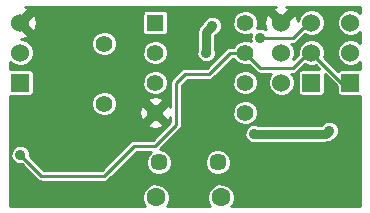
<source format=gbl>
G04 (created by PCBNEW (2013-07-07 BZR 4022)-stable) date 9/10/2013 12:20:35 AM*
%MOIN*%
G04 Gerber Fmt 3.4, Leading zero omitted, Abs format*
%FSLAX34Y34*%
G01*
G70*
G90*
G04 APERTURE LIST*
%ADD10C,0.00590551*%
%ADD11R,0.06X0.06*%
%ADD12C,0.06*%
%ADD13C,0.056*%
%ADD14C,0.063*%
%ADD15C,0.0571*%
%ADD16R,0.055X0.055*%
%ADD17C,0.055*%
%ADD18C,0.035*%
%ADD19C,0.03*%
%ADD20C,0.01*%
G04 APERTURE END LIST*
G54D10*
G54D11*
X92700Y-60000D03*
G54D12*
X91700Y-60000D03*
X92700Y-59000D03*
X91700Y-59000D03*
X92700Y-58000D03*
X91700Y-58000D03*
G54D11*
X83000Y-60000D03*
G54D12*
X83000Y-59000D03*
X83000Y-58000D03*
G54D11*
X94000Y-60000D03*
G54D12*
X94000Y-59000D03*
X94000Y-58000D03*
G54D13*
X85800Y-60700D03*
X85800Y-58700D03*
G54D14*
X87517Y-63831D03*
X89683Y-63831D03*
G54D15*
X87621Y-62661D03*
X89579Y-62661D03*
G54D16*
X87500Y-58000D03*
G54D17*
X87500Y-59000D03*
X87500Y-60000D03*
X87500Y-61000D03*
X90500Y-61000D03*
X90500Y-60000D03*
X90500Y-59000D03*
X90500Y-58000D03*
G54D18*
X90800Y-61700D03*
X93300Y-61600D03*
X89200Y-59000D03*
X89400Y-58100D03*
X91000Y-58500D03*
X83000Y-62400D03*
X89100Y-62100D03*
X85500Y-62600D03*
X92700Y-62600D03*
X84300Y-59900D03*
G54D19*
X93200Y-61700D02*
X90800Y-61700D01*
X93300Y-61600D02*
X93200Y-61700D01*
X89200Y-58300D02*
X89200Y-59000D01*
X89400Y-58100D02*
X89200Y-58300D01*
G54D20*
X92700Y-58000D02*
X92600Y-58000D01*
X92100Y-58500D02*
X91000Y-58500D01*
X92600Y-58000D02*
X92100Y-58500D01*
X90500Y-59000D02*
X90000Y-59000D01*
X90000Y-59000D02*
X89300Y-59700D01*
X89300Y-59700D02*
X88500Y-59700D01*
X88500Y-59700D02*
X88200Y-60000D01*
X88200Y-60000D02*
X88200Y-61400D01*
X88200Y-61400D02*
X87500Y-62100D01*
X87500Y-62100D02*
X86800Y-62100D01*
X86800Y-62100D02*
X85800Y-63100D01*
X85800Y-63100D02*
X83700Y-63100D01*
X83700Y-63100D02*
X83000Y-62400D01*
X92700Y-59000D02*
X92600Y-59000D01*
X91000Y-59500D02*
X90500Y-59000D01*
X92100Y-59500D02*
X91000Y-59500D01*
X92600Y-59000D02*
X92100Y-59500D01*
X94000Y-60000D02*
X93700Y-60000D01*
X93700Y-60000D02*
X92700Y-59000D01*
G54D10*
G36*
X94330Y-64130D02*
X93625Y-64130D01*
X93625Y-61535D01*
X93575Y-61416D01*
X93484Y-61324D01*
X93364Y-61275D01*
X93235Y-61274D01*
X93116Y-61324D01*
X93040Y-61400D01*
X90925Y-61400D01*
X90925Y-60915D01*
X90925Y-59915D01*
X90860Y-59759D01*
X90741Y-59639D01*
X90584Y-59575D01*
X90415Y-59574D01*
X90259Y-59639D01*
X90139Y-59758D01*
X90075Y-59915D01*
X90074Y-60084D01*
X90139Y-60240D01*
X90258Y-60360D01*
X90415Y-60424D01*
X90584Y-60425D01*
X90740Y-60360D01*
X90860Y-60241D01*
X90924Y-60084D01*
X90925Y-59915D01*
X90925Y-60915D01*
X90860Y-60759D01*
X90741Y-60639D01*
X90584Y-60575D01*
X90415Y-60574D01*
X90259Y-60639D01*
X90139Y-60758D01*
X90075Y-60915D01*
X90074Y-61084D01*
X90139Y-61240D01*
X90258Y-61360D01*
X90415Y-61424D01*
X90584Y-61425D01*
X90740Y-61360D01*
X90860Y-61241D01*
X90924Y-61084D01*
X90925Y-60915D01*
X90925Y-61400D01*
X90925Y-61400D01*
X90864Y-61375D01*
X90735Y-61374D01*
X90616Y-61424D01*
X90524Y-61515D01*
X90475Y-61635D01*
X90474Y-61764D01*
X90524Y-61883D01*
X90615Y-61975D01*
X90735Y-62024D01*
X90864Y-62025D01*
X90925Y-62000D01*
X93200Y-62000D01*
X93200Y-61999D01*
X93314Y-61977D01*
X93314Y-61977D01*
X93412Y-61912D01*
X93423Y-61900D01*
X93483Y-61875D01*
X93575Y-61784D01*
X93624Y-61664D01*
X93625Y-61535D01*
X93625Y-64130D01*
X90041Y-64130D01*
X90076Y-64094D01*
X90147Y-63923D01*
X90148Y-63738D01*
X90077Y-63567D01*
X90014Y-63504D01*
X90014Y-62574D01*
X89948Y-62414D01*
X89826Y-62292D01*
X89666Y-62225D01*
X89492Y-62225D01*
X89332Y-62291D01*
X89210Y-62413D01*
X89143Y-62573D01*
X89143Y-62747D01*
X89209Y-62907D01*
X89331Y-63029D01*
X89491Y-63096D01*
X89665Y-63096D01*
X89825Y-63030D01*
X89947Y-62908D01*
X90014Y-62748D01*
X90014Y-62574D01*
X90014Y-63504D01*
X89946Y-63437D01*
X89775Y-63366D01*
X89590Y-63365D01*
X89419Y-63436D01*
X89289Y-63567D01*
X89218Y-63738D01*
X89217Y-63923D01*
X89288Y-64094D01*
X89324Y-64130D01*
X87875Y-64130D01*
X87910Y-64094D01*
X87981Y-63923D01*
X87982Y-63738D01*
X87911Y-63567D01*
X87780Y-63437D01*
X87609Y-63366D01*
X87424Y-63365D01*
X87253Y-63436D01*
X87123Y-63567D01*
X87052Y-63738D01*
X87051Y-63923D01*
X87122Y-64094D01*
X87158Y-64130D01*
X82669Y-64130D01*
X82669Y-60449D01*
X82670Y-60449D01*
X82729Y-60450D01*
X83329Y-60450D01*
X83384Y-60427D01*
X83427Y-60385D01*
X83449Y-60329D01*
X83450Y-60270D01*
X83450Y-59670D01*
X83427Y-59615D01*
X83385Y-59572D01*
X83329Y-59550D01*
X83270Y-59549D01*
X82670Y-59549D01*
X82669Y-59550D01*
X82669Y-59306D01*
X82744Y-59381D01*
X82910Y-59449D01*
X83089Y-59450D01*
X83254Y-59381D01*
X83381Y-59255D01*
X83449Y-59089D01*
X83450Y-58910D01*
X83381Y-58745D01*
X83255Y-58618D01*
X83089Y-58550D01*
X83038Y-58550D01*
X83185Y-58529D01*
X83243Y-58505D01*
X83274Y-58415D01*
X83000Y-58141D01*
X82994Y-58146D01*
X82853Y-58005D01*
X82858Y-58000D01*
X82853Y-57994D01*
X82994Y-57853D01*
X83000Y-57858D01*
X83274Y-57584D01*
X83243Y-57494D01*
X83146Y-57469D01*
X91521Y-57469D01*
X91514Y-57470D01*
X91456Y-57494D01*
X91425Y-57584D01*
X91700Y-57858D01*
X91974Y-57584D01*
X91943Y-57494D01*
X91846Y-57469D01*
X94330Y-57469D01*
X94330Y-57693D01*
X94255Y-57618D01*
X94089Y-57550D01*
X93910Y-57549D01*
X93745Y-57618D01*
X93618Y-57744D01*
X93550Y-57910D01*
X93549Y-58089D01*
X93618Y-58254D01*
X93744Y-58381D01*
X93910Y-58449D01*
X94089Y-58450D01*
X94254Y-58381D01*
X94330Y-58306D01*
X94330Y-58693D01*
X94255Y-58618D01*
X94089Y-58550D01*
X93910Y-58549D01*
X93745Y-58618D01*
X93618Y-58744D01*
X93550Y-58910D01*
X93549Y-59089D01*
X93618Y-59254D01*
X93744Y-59381D01*
X93910Y-59449D01*
X94089Y-59450D01*
X94254Y-59381D01*
X94330Y-59306D01*
X94330Y-59550D01*
X94329Y-59550D01*
X94270Y-59549D01*
X93670Y-59549D01*
X93615Y-59572D01*
X93585Y-59602D01*
X93127Y-59144D01*
X93149Y-59089D01*
X93150Y-58910D01*
X93081Y-58745D01*
X92955Y-58618D01*
X92789Y-58550D01*
X92610Y-58549D01*
X92445Y-58618D01*
X92318Y-58744D01*
X92250Y-58910D01*
X92249Y-59067D01*
X92095Y-59222D01*
X92149Y-59089D01*
X92150Y-58910D01*
X92081Y-58745D01*
X92036Y-58700D01*
X92100Y-58700D01*
X92176Y-58684D01*
X92241Y-58641D01*
X92484Y-58397D01*
X92610Y-58449D01*
X92789Y-58450D01*
X92954Y-58381D01*
X93081Y-58255D01*
X93149Y-58089D01*
X93150Y-57910D01*
X93081Y-57745D01*
X92955Y-57618D01*
X92789Y-57550D01*
X92610Y-57549D01*
X92445Y-57618D01*
X92318Y-57744D01*
X92250Y-57910D01*
X92250Y-57961D01*
X92229Y-57814D01*
X92205Y-57756D01*
X92115Y-57725D01*
X91841Y-58000D01*
X91846Y-58005D01*
X91705Y-58146D01*
X91700Y-58141D01*
X91694Y-58146D01*
X91553Y-58005D01*
X91558Y-58000D01*
X91284Y-57725D01*
X91194Y-57756D01*
X91140Y-57968D01*
X91170Y-58185D01*
X91188Y-58229D01*
X91184Y-58224D01*
X91064Y-58175D01*
X90935Y-58174D01*
X90877Y-58198D01*
X90924Y-58084D01*
X90925Y-57915D01*
X90860Y-57759D01*
X90741Y-57639D01*
X90584Y-57575D01*
X90415Y-57574D01*
X90259Y-57639D01*
X90139Y-57758D01*
X90075Y-57915D01*
X90074Y-58084D01*
X90139Y-58240D01*
X90258Y-58360D01*
X90415Y-58424D01*
X90584Y-58425D01*
X90698Y-58377D01*
X90675Y-58435D01*
X90674Y-58564D01*
X90698Y-58622D01*
X90584Y-58575D01*
X90415Y-58574D01*
X90259Y-58639D01*
X90139Y-58758D01*
X90122Y-58800D01*
X90000Y-58800D01*
X89923Y-58815D01*
X89901Y-58829D01*
X89858Y-58858D01*
X89725Y-58992D01*
X89725Y-58035D01*
X89675Y-57916D01*
X89584Y-57824D01*
X89464Y-57775D01*
X89335Y-57774D01*
X89216Y-57824D01*
X89124Y-57915D01*
X89099Y-57976D01*
X88987Y-58087D01*
X88922Y-58185D01*
X88900Y-58300D01*
X88900Y-58874D01*
X88875Y-58935D01*
X88874Y-59064D01*
X88924Y-59183D01*
X89015Y-59275D01*
X89135Y-59324D01*
X89264Y-59325D01*
X89383Y-59275D01*
X89475Y-59184D01*
X89524Y-59064D01*
X89525Y-58935D01*
X89500Y-58874D01*
X89500Y-58424D01*
X89523Y-58400D01*
X89583Y-58375D01*
X89675Y-58284D01*
X89724Y-58164D01*
X89725Y-58035D01*
X89725Y-58992D01*
X89217Y-59500D01*
X88500Y-59500D01*
X88423Y-59515D01*
X88401Y-59529D01*
X88358Y-59558D01*
X88058Y-59858D01*
X88015Y-59923D01*
X88000Y-60000D01*
X88000Y-60809D01*
X87984Y-60771D01*
X87925Y-60752D01*
X87925Y-59915D01*
X87925Y-58915D01*
X87925Y-58915D01*
X87925Y-58245D01*
X87925Y-57695D01*
X87902Y-57640D01*
X87860Y-57597D01*
X87804Y-57575D01*
X87745Y-57574D01*
X87195Y-57574D01*
X87140Y-57597D01*
X87097Y-57639D01*
X87075Y-57695D01*
X87074Y-57754D01*
X87074Y-58304D01*
X87097Y-58359D01*
X87139Y-58402D01*
X87195Y-58424D01*
X87254Y-58425D01*
X87804Y-58425D01*
X87859Y-58402D01*
X87902Y-58360D01*
X87924Y-58304D01*
X87925Y-58245D01*
X87925Y-58915D01*
X87860Y-58759D01*
X87741Y-58639D01*
X87584Y-58575D01*
X87415Y-58574D01*
X87259Y-58639D01*
X87139Y-58758D01*
X87075Y-58915D01*
X87074Y-59084D01*
X87139Y-59240D01*
X87258Y-59360D01*
X87415Y-59424D01*
X87584Y-59425D01*
X87740Y-59360D01*
X87860Y-59241D01*
X87924Y-59084D01*
X87925Y-58915D01*
X87925Y-59915D01*
X87860Y-59759D01*
X87741Y-59639D01*
X87584Y-59575D01*
X87415Y-59574D01*
X87259Y-59639D01*
X87139Y-59758D01*
X87075Y-59915D01*
X87074Y-60084D01*
X87139Y-60240D01*
X87258Y-60360D01*
X87415Y-60424D01*
X87584Y-60425D01*
X87740Y-60360D01*
X87860Y-60241D01*
X87924Y-60084D01*
X87925Y-59915D01*
X87925Y-60752D01*
X87897Y-60743D01*
X87756Y-60885D01*
X87756Y-60602D01*
X87728Y-60515D01*
X87525Y-60465D01*
X87318Y-60496D01*
X87271Y-60515D01*
X87243Y-60602D01*
X87500Y-60858D01*
X87756Y-60602D01*
X87756Y-60885D01*
X87641Y-61000D01*
X87897Y-61256D01*
X87984Y-61228D01*
X88000Y-61164D01*
X88000Y-61317D01*
X87756Y-61561D01*
X87756Y-61397D01*
X87500Y-61141D01*
X87358Y-61282D01*
X87358Y-61000D01*
X87102Y-60743D01*
X87015Y-60771D01*
X86965Y-60974D01*
X86996Y-61181D01*
X87015Y-61228D01*
X87102Y-61256D01*
X87358Y-61000D01*
X87358Y-61282D01*
X87243Y-61397D01*
X87271Y-61484D01*
X87474Y-61534D01*
X87681Y-61503D01*
X87728Y-61484D01*
X87756Y-61397D01*
X87756Y-61561D01*
X87417Y-61900D01*
X86800Y-61900D01*
X86723Y-61915D01*
X86701Y-61929D01*
X86658Y-61958D01*
X86230Y-62387D01*
X86230Y-60614D01*
X86230Y-58614D01*
X86164Y-58456D01*
X86043Y-58335D01*
X85885Y-58270D01*
X85714Y-58269D01*
X85556Y-58335D01*
X85435Y-58456D01*
X85370Y-58614D01*
X85369Y-58785D01*
X85435Y-58943D01*
X85556Y-59064D01*
X85714Y-59129D01*
X85885Y-59130D01*
X86043Y-59064D01*
X86164Y-58943D01*
X86229Y-58785D01*
X86230Y-58614D01*
X86230Y-60614D01*
X86164Y-60456D01*
X86043Y-60335D01*
X85885Y-60270D01*
X85714Y-60269D01*
X85556Y-60335D01*
X85435Y-60456D01*
X85370Y-60614D01*
X85369Y-60785D01*
X85435Y-60943D01*
X85556Y-61064D01*
X85714Y-61129D01*
X85885Y-61130D01*
X86043Y-61064D01*
X86164Y-60943D01*
X86229Y-60785D01*
X86230Y-60614D01*
X86230Y-62387D01*
X85717Y-62900D01*
X83782Y-62900D01*
X83559Y-62677D01*
X83559Y-58031D01*
X83529Y-57814D01*
X83505Y-57756D01*
X83415Y-57725D01*
X83141Y-58000D01*
X83415Y-58274D01*
X83505Y-58243D01*
X83559Y-58031D01*
X83559Y-62677D01*
X83324Y-62442D01*
X83325Y-62335D01*
X83275Y-62216D01*
X83184Y-62124D01*
X83064Y-62075D01*
X82935Y-62074D01*
X82816Y-62124D01*
X82724Y-62215D01*
X82675Y-62335D01*
X82674Y-62464D01*
X82724Y-62583D01*
X82815Y-62675D01*
X82935Y-62724D01*
X83042Y-62725D01*
X83558Y-63241D01*
X83558Y-63241D01*
X83601Y-63270D01*
X83623Y-63284D01*
X83623Y-63284D01*
X83699Y-63299D01*
X83700Y-63300D01*
X85800Y-63300D01*
X85876Y-63284D01*
X85941Y-63241D01*
X86882Y-62300D01*
X87366Y-62300D01*
X87252Y-62413D01*
X87185Y-62573D01*
X87185Y-62747D01*
X87251Y-62907D01*
X87373Y-63029D01*
X87533Y-63096D01*
X87707Y-63096D01*
X87867Y-63030D01*
X87989Y-62908D01*
X88056Y-62748D01*
X88056Y-62574D01*
X87990Y-62414D01*
X87868Y-62292D01*
X87708Y-62225D01*
X87657Y-62225D01*
X88341Y-61541D01*
X88341Y-61541D01*
X88370Y-61498D01*
X88384Y-61476D01*
X88384Y-61476D01*
X88399Y-61400D01*
X88400Y-61400D01*
X88400Y-60082D01*
X88582Y-59900D01*
X89300Y-59900D01*
X89376Y-59884D01*
X89441Y-59841D01*
X90082Y-59200D01*
X90122Y-59200D01*
X90139Y-59240D01*
X90258Y-59360D01*
X90415Y-59424D01*
X90584Y-59425D01*
X90625Y-59408D01*
X90858Y-59641D01*
X90923Y-59684D01*
X90923Y-59684D01*
X90936Y-59687D01*
X91000Y-59700D01*
X91363Y-59700D01*
X91318Y-59744D01*
X91250Y-59910D01*
X91249Y-60089D01*
X91318Y-60254D01*
X91444Y-60381D01*
X91610Y-60449D01*
X91789Y-60450D01*
X91954Y-60381D01*
X92081Y-60255D01*
X92149Y-60089D01*
X92150Y-59910D01*
X92081Y-59745D01*
X92036Y-59700D01*
X92100Y-59700D01*
X92176Y-59684D01*
X92241Y-59641D01*
X92484Y-59397D01*
X92610Y-59449D01*
X92789Y-59450D01*
X92844Y-59427D01*
X92967Y-59549D01*
X92370Y-59549D01*
X92315Y-59572D01*
X92272Y-59614D01*
X92250Y-59670D01*
X92249Y-59729D01*
X92249Y-60329D01*
X92272Y-60384D01*
X92314Y-60427D01*
X92370Y-60449D01*
X92429Y-60450D01*
X93029Y-60450D01*
X93084Y-60427D01*
X93127Y-60385D01*
X93149Y-60329D01*
X93150Y-60270D01*
X93150Y-59732D01*
X93549Y-60132D01*
X93549Y-60329D01*
X93572Y-60384D01*
X93614Y-60427D01*
X93670Y-60449D01*
X93729Y-60450D01*
X94329Y-60450D01*
X94330Y-60449D01*
X94330Y-64130D01*
X94330Y-64130D01*
G37*
G54D20*
X94330Y-64130D02*
X93625Y-64130D01*
X93625Y-61535D01*
X93575Y-61416D01*
X93484Y-61324D01*
X93364Y-61275D01*
X93235Y-61274D01*
X93116Y-61324D01*
X93040Y-61400D01*
X90925Y-61400D01*
X90925Y-60915D01*
X90925Y-59915D01*
X90860Y-59759D01*
X90741Y-59639D01*
X90584Y-59575D01*
X90415Y-59574D01*
X90259Y-59639D01*
X90139Y-59758D01*
X90075Y-59915D01*
X90074Y-60084D01*
X90139Y-60240D01*
X90258Y-60360D01*
X90415Y-60424D01*
X90584Y-60425D01*
X90740Y-60360D01*
X90860Y-60241D01*
X90924Y-60084D01*
X90925Y-59915D01*
X90925Y-60915D01*
X90860Y-60759D01*
X90741Y-60639D01*
X90584Y-60575D01*
X90415Y-60574D01*
X90259Y-60639D01*
X90139Y-60758D01*
X90075Y-60915D01*
X90074Y-61084D01*
X90139Y-61240D01*
X90258Y-61360D01*
X90415Y-61424D01*
X90584Y-61425D01*
X90740Y-61360D01*
X90860Y-61241D01*
X90924Y-61084D01*
X90925Y-60915D01*
X90925Y-61400D01*
X90925Y-61400D01*
X90864Y-61375D01*
X90735Y-61374D01*
X90616Y-61424D01*
X90524Y-61515D01*
X90475Y-61635D01*
X90474Y-61764D01*
X90524Y-61883D01*
X90615Y-61975D01*
X90735Y-62024D01*
X90864Y-62025D01*
X90925Y-62000D01*
X93200Y-62000D01*
X93200Y-61999D01*
X93314Y-61977D01*
X93314Y-61977D01*
X93412Y-61912D01*
X93423Y-61900D01*
X93483Y-61875D01*
X93575Y-61784D01*
X93624Y-61664D01*
X93625Y-61535D01*
X93625Y-64130D01*
X90041Y-64130D01*
X90076Y-64094D01*
X90147Y-63923D01*
X90148Y-63738D01*
X90077Y-63567D01*
X90014Y-63504D01*
X90014Y-62574D01*
X89948Y-62414D01*
X89826Y-62292D01*
X89666Y-62225D01*
X89492Y-62225D01*
X89332Y-62291D01*
X89210Y-62413D01*
X89143Y-62573D01*
X89143Y-62747D01*
X89209Y-62907D01*
X89331Y-63029D01*
X89491Y-63096D01*
X89665Y-63096D01*
X89825Y-63030D01*
X89947Y-62908D01*
X90014Y-62748D01*
X90014Y-62574D01*
X90014Y-63504D01*
X89946Y-63437D01*
X89775Y-63366D01*
X89590Y-63365D01*
X89419Y-63436D01*
X89289Y-63567D01*
X89218Y-63738D01*
X89217Y-63923D01*
X89288Y-64094D01*
X89324Y-64130D01*
X87875Y-64130D01*
X87910Y-64094D01*
X87981Y-63923D01*
X87982Y-63738D01*
X87911Y-63567D01*
X87780Y-63437D01*
X87609Y-63366D01*
X87424Y-63365D01*
X87253Y-63436D01*
X87123Y-63567D01*
X87052Y-63738D01*
X87051Y-63923D01*
X87122Y-64094D01*
X87158Y-64130D01*
X82669Y-64130D01*
X82669Y-60449D01*
X82670Y-60449D01*
X82729Y-60450D01*
X83329Y-60450D01*
X83384Y-60427D01*
X83427Y-60385D01*
X83449Y-60329D01*
X83450Y-60270D01*
X83450Y-59670D01*
X83427Y-59615D01*
X83385Y-59572D01*
X83329Y-59550D01*
X83270Y-59549D01*
X82670Y-59549D01*
X82669Y-59550D01*
X82669Y-59306D01*
X82744Y-59381D01*
X82910Y-59449D01*
X83089Y-59450D01*
X83254Y-59381D01*
X83381Y-59255D01*
X83449Y-59089D01*
X83450Y-58910D01*
X83381Y-58745D01*
X83255Y-58618D01*
X83089Y-58550D01*
X83038Y-58550D01*
X83185Y-58529D01*
X83243Y-58505D01*
X83274Y-58415D01*
X83000Y-58141D01*
X82994Y-58146D01*
X82853Y-58005D01*
X82858Y-58000D01*
X82853Y-57994D01*
X82994Y-57853D01*
X83000Y-57858D01*
X83274Y-57584D01*
X83243Y-57494D01*
X83146Y-57469D01*
X91521Y-57469D01*
X91514Y-57470D01*
X91456Y-57494D01*
X91425Y-57584D01*
X91700Y-57858D01*
X91974Y-57584D01*
X91943Y-57494D01*
X91846Y-57469D01*
X94330Y-57469D01*
X94330Y-57693D01*
X94255Y-57618D01*
X94089Y-57550D01*
X93910Y-57549D01*
X93745Y-57618D01*
X93618Y-57744D01*
X93550Y-57910D01*
X93549Y-58089D01*
X93618Y-58254D01*
X93744Y-58381D01*
X93910Y-58449D01*
X94089Y-58450D01*
X94254Y-58381D01*
X94330Y-58306D01*
X94330Y-58693D01*
X94255Y-58618D01*
X94089Y-58550D01*
X93910Y-58549D01*
X93745Y-58618D01*
X93618Y-58744D01*
X93550Y-58910D01*
X93549Y-59089D01*
X93618Y-59254D01*
X93744Y-59381D01*
X93910Y-59449D01*
X94089Y-59450D01*
X94254Y-59381D01*
X94330Y-59306D01*
X94330Y-59550D01*
X94329Y-59550D01*
X94270Y-59549D01*
X93670Y-59549D01*
X93615Y-59572D01*
X93585Y-59602D01*
X93127Y-59144D01*
X93149Y-59089D01*
X93150Y-58910D01*
X93081Y-58745D01*
X92955Y-58618D01*
X92789Y-58550D01*
X92610Y-58549D01*
X92445Y-58618D01*
X92318Y-58744D01*
X92250Y-58910D01*
X92249Y-59067D01*
X92095Y-59222D01*
X92149Y-59089D01*
X92150Y-58910D01*
X92081Y-58745D01*
X92036Y-58700D01*
X92100Y-58700D01*
X92176Y-58684D01*
X92241Y-58641D01*
X92484Y-58397D01*
X92610Y-58449D01*
X92789Y-58450D01*
X92954Y-58381D01*
X93081Y-58255D01*
X93149Y-58089D01*
X93150Y-57910D01*
X93081Y-57745D01*
X92955Y-57618D01*
X92789Y-57550D01*
X92610Y-57549D01*
X92445Y-57618D01*
X92318Y-57744D01*
X92250Y-57910D01*
X92250Y-57961D01*
X92229Y-57814D01*
X92205Y-57756D01*
X92115Y-57725D01*
X91841Y-58000D01*
X91846Y-58005D01*
X91705Y-58146D01*
X91700Y-58141D01*
X91694Y-58146D01*
X91553Y-58005D01*
X91558Y-58000D01*
X91284Y-57725D01*
X91194Y-57756D01*
X91140Y-57968D01*
X91170Y-58185D01*
X91188Y-58229D01*
X91184Y-58224D01*
X91064Y-58175D01*
X90935Y-58174D01*
X90877Y-58198D01*
X90924Y-58084D01*
X90925Y-57915D01*
X90860Y-57759D01*
X90741Y-57639D01*
X90584Y-57575D01*
X90415Y-57574D01*
X90259Y-57639D01*
X90139Y-57758D01*
X90075Y-57915D01*
X90074Y-58084D01*
X90139Y-58240D01*
X90258Y-58360D01*
X90415Y-58424D01*
X90584Y-58425D01*
X90698Y-58377D01*
X90675Y-58435D01*
X90674Y-58564D01*
X90698Y-58622D01*
X90584Y-58575D01*
X90415Y-58574D01*
X90259Y-58639D01*
X90139Y-58758D01*
X90122Y-58800D01*
X90000Y-58800D01*
X89923Y-58815D01*
X89901Y-58829D01*
X89858Y-58858D01*
X89725Y-58992D01*
X89725Y-58035D01*
X89675Y-57916D01*
X89584Y-57824D01*
X89464Y-57775D01*
X89335Y-57774D01*
X89216Y-57824D01*
X89124Y-57915D01*
X89099Y-57976D01*
X88987Y-58087D01*
X88922Y-58185D01*
X88900Y-58300D01*
X88900Y-58874D01*
X88875Y-58935D01*
X88874Y-59064D01*
X88924Y-59183D01*
X89015Y-59275D01*
X89135Y-59324D01*
X89264Y-59325D01*
X89383Y-59275D01*
X89475Y-59184D01*
X89524Y-59064D01*
X89525Y-58935D01*
X89500Y-58874D01*
X89500Y-58424D01*
X89523Y-58400D01*
X89583Y-58375D01*
X89675Y-58284D01*
X89724Y-58164D01*
X89725Y-58035D01*
X89725Y-58992D01*
X89217Y-59500D01*
X88500Y-59500D01*
X88423Y-59515D01*
X88401Y-59529D01*
X88358Y-59558D01*
X88058Y-59858D01*
X88015Y-59923D01*
X88000Y-60000D01*
X88000Y-60809D01*
X87984Y-60771D01*
X87925Y-60752D01*
X87925Y-59915D01*
X87925Y-58915D01*
X87925Y-58915D01*
X87925Y-58245D01*
X87925Y-57695D01*
X87902Y-57640D01*
X87860Y-57597D01*
X87804Y-57575D01*
X87745Y-57574D01*
X87195Y-57574D01*
X87140Y-57597D01*
X87097Y-57639D01*
X87075Y-57695D01*
X87074Y-57754D01*
X87074Y-58304D01*
X87097Y-58359D01*
X87139Y-58402D01*
X87195Y-58424D01*
X87254Y-58425D01*
X87804Y-58425D01*
X87859Y-58402D01*
X87902Y-58360D01*
X87924Y-58304D01*
X87925Y-58245D01*
X87925Y-58915D01*
X87860Y-58759D01*
X87741Y-58639D01*
X87584Y-58575D01*
X87415Y-58574D01*
X87259Y-58639D01*
X87139Y-58758D01*
X87075Y-58915D01*
X87074Y-59084D01*
X87139Y-59240D01*
X87258Y-59360D01*
X87415Y-59424D01*
X87584Y-59425D01*
X87740Y-59360D01*
X87860Y-59241D01*
X87924Y-59084D01*
X87925Y-58915D01*
X87925Y-59915D01*
X87860Y-59759D01*
X87741Y-59639D01*
X87584Y-59575D01*
X87415Y-59574D01*
X87259Y-59639D01*
X87139Y-59758D01*
X87075Y-59915D01*
X87074Y-60084D01*
X87139Y-60240D01*
X87258Y-60360D01*
X87415Y-60424D01*
X87584Y-60425D01*
X87740Y-60360D01*
X87860Y-60241D01*
X87924Y-60084D01*
X87925Y-59915D01*
X87925Y-60752D01*
X87897Y-60743D01*
X87756Y-60885D01*
X87756Y-60602D01*
X87728Y-60515D01*
X87525Y-60465D01*
X87318Y-60496D01*
X87271Y-60515D01*
X87243Y-60602D01*
X87500Y-60858D01*
X87756Y-60602D01*
X87756Y-60885D01*
X87641Y-61000D01*
X87897Y-61256D01*
X87984Y-61228D01*
X88000Y-61164D01*
X88000Y-61317D01*
X87756Y-61561D01*
X87756Y-61397D01*
X87500Y-61141D01*
X87358Y-61282D01*
X87358Y-61000D01*
X87102Y-60743D01*
X87015Y-60771D01*
X86965Y-60974D01*
X86996Y-61181D01*
X87015Y-61228D01*
X87102Y-61256D01*
X87358Y-61000D01*
X87358Y-61282D01*
X87243Y-61397D01*
X87271Y-61484D01*
X87474Y-61534D01*
X87681Y-61503D01*
X87728Y-61484D01*
X87756Y-61397D01*
X87756Y-61561D01*
X87417Y-61900D01*
X86800Y-61900D01*
X86723Y-61915D01*
X86701Y-61929D01*
X86658Y-61958D01*
X86230Y-62387D01*
X86230Y-60614D01*
X86230Y-58614D01*
X86164Y-58456D01*
X86043Y-58335D01*
X85885Y-58270D01*
X85714Y-58269D01*
X85556Y-58335D01*
X85435Y-58456D01*
X85370Y-58614D01*
X85369Y-58785D01*
X85435Y-58943D01*
X85556Y-59064D01*
X85714Y-59129D01*
X85885Y-59130D01*
X86043Y-59064D01*
X86164Y-58943D01*
X86229Y-58785D01*
X86230Y-58614D01*
X86230Y-60614D01*
X86164Y-60456D01*
X86043Y-60335D01*
X85885Y-60270D01*
X85714Y-60269D01*
X85556Y-60335D01*
X85435Y-60456D01*
X85370Y-60614D01*
X85369Y-60785D01*
X85435Y-60943D01*
X85556Y-61064D01*
X85714Y-61129D01*
X85885Y-61130D01*
X86043Y-61064D01*
X86164Y-60943D01*
X86229Y-60785D01*
X86230Y-60614D01*
X86230Y-62387D01*
X85717Y-62900D01*
X83782Y-62900D01*
X83559Y-62677D01*
X83559Y-58031D01*
X83529Y-57814D01*
X83505Y-57756D01*
X83415Y-57725D01*
X83141Y-58000D01*
X83415Y-58274D01*
X83505Y-58243D01*
X83559Y-58031D01*
X83559Y-62677D01*
X83324Y-62442D01*
X83325Y-62335D01*
X83275Y-62216D01*
X83184Y-62124D01*
X83064Y-62075D01*
X82935Y-62074D01*
X82816Y-62124D01*
X82724Y-62215D01*
X82675Y-62335D01*
X82674Y-62464D01*
X82724Y-62583D01*
X82815Y-62675D01*
X82935Y-62724D01*
X83042Y-62725D01*
X83558Y-63241D01*
X83558Y-63241D01*
X83601Y-63270D01*
X83623Y-63284D01*
X83623Y-63284D01*
X83699Y-63299D01*
X83700Y-63300D01*
X85800Y-63300D01*
X85876Y-63284D01*
X85941Y-63241D01*
X86882Y-62300D01*
X87366Y-62300D01*
X87252Y-62413D01*
X87185Y-62573D01*
X87185Y-62747D01*
X87251Y-62907D01*
X87373Y-63029D01*
X87533Y-63096D01*
X87707Y-63096D01*
X87867Y-63030D01*
X87989Y-62908D01*
X88056Y-62748D01*
X88056Y-62574D01*
X87990Y-62414D01*
X87868Y-62292D01*
X87708Y-62225D01*
X87657Y-62225D01*
X88341Y-61541D01*
X88341Y-61541D01*
X88370Y-61498D01*
X88384Y-61476D01*
X88384Y-61476D01*
X88399Y-61400D01*
X88400Y-61400D01*
X88400Y-60082D01*
X88582Y-59900D01*
X89300Y-59900D01*
X89376Y-59884D01*
X89441Y-59841D01*
X90082Y-59200D01*
X90122Y-59200D01*
X90139Y-59240D01*
X90258Y-59360D01*
X90415Y-59424D01*
X90584Y-59425D01*
X90625Y-59408D01*
X90858Y-59641D01*
X90923Y-59684D01*
X90923Y-59684D01*
X90936Y-59687D01*
X91000Y-59700D01*
X91363Y-59700D01*
X91318Y-59744D01*
X91250Y-59910D01*
X91249Y-60089D01*
X91318Y-60254D01*
X91444Y-60381D01*
X91610Y-60449D01*
X91789Y-60450D01*
X91954Y-60381D01*
X92081Y-60255D01*
X92149Y-60089D01*
X92150Y-59910D01*
X92081Y-59745D01*
X92036Y-59700D01*
X92100Y-59700D01*
X92176Y-59684D01*
X92241Y-59641D01*
X92484Y-59397D01*
X92610Y-59449D01*
X92789Y-59450D01*
X92844Y-59427D01*
X92967Y-59549D01*
X92370Y-59549D01*
X92315Y-59572D01*
X92272Y-59614D01*
X92250Y-59670D01*
X92249Y-59729D01*
X92249Y-60329D01*
X92272Y-60384D01*
X92314Y-60427D01*
X92370Y-60449D01*
X92429Y-60450D01*
X93029Y-60450D01*
X93084Y-60427D01*
X93127Y-60385D01*
X93149Y-60329D01*
X93150Y-60270D01*
X93150Y-59732D01*
X93549Y-60132D01*
X93549Y-60329D01*
X93572Y-60384D01*
X93614Y-60427D01*
X93670Y-60449D01*
X93729Y-60450D01*
X94329Y-60450D01*
X94330Y-60449D01*
X94330Y-64130D01*
M02*

</source>
